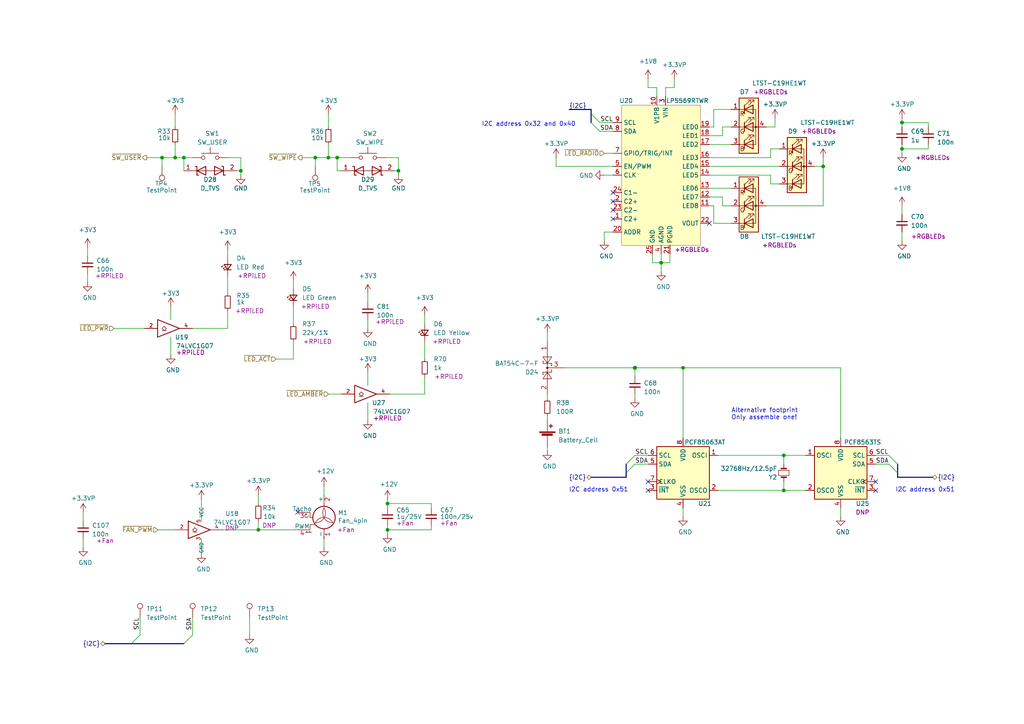
<source format=kicad_sch>
(kicad_sch (version 20211123) (generator eeschema)
  (paper "A4")
  (title_block (title "Control/RTC") (date "2022-11-06") (rev "1.3b") (company "Nabu Casa") (comment 1 "www.nabucasa.com") (comment 2 "Yellow"))
  (lib_symbols
    (symbol "74xGxx:74LVC1G07" (pin_names (offset 1.016))
      (property "Reference" "U" (at -2.54 3.81 0))
      (property "Value" "74LVC1G07" (at 0 -3.81 0))
      (symbol "74LVC1G07_0_1"
        (polyline (pts (xy -2.54 -0.635) (xy -1.27 -0.635)))
        (polyline (pts (xy -3.81 2.54) (xy -3.81 -2.54) (xy 2.54 0) (xy -3.81 2.54)) (stroke (width 0.254)))
        (polyline (pts (xy -1.905 0.635) (xy -2.54 0) (xy -1.905 -0.635) (xy -1.27 0) (xy -1.905 0.635)))
      )
      (symbol "74LVC1G07_1_1"
        (pin input line (at -7.62 0 0) (length 3.81) (name "~") (number "2"))
        (pin power_in line (at 0 -2.54 270) (length 0) hide (name "GND") (number "3"))
        (pin open_collector line (at 6.35 0 180) (length 3.81) (name "~") (number "4"))
        (pin power_in line (at 0 2.54 90) (length 0) hide (name "VCC") (number "5"))
      )
    )
    (symbol "Connector:TestPoint" (pin_numbers hide) (pin_names (offset 0.762) hide)
      (property "Reference" "TP" (at 0 6.858 0))
      (property "Value" "TestPoint" (at 0 5.08 0))
      (symbol "TestPoint_0_1"
        (circle (center 0 3.302) (radius 0.762))
      )
      (symbol "TestPoint_1_1"
        (pin passive line (at 0 0 90) (length 2.54) (name "1") (number "1"))
      )
    )
    (symbol "Device:Battery_Cell" (pin_numbers hide) (pin_names (offset 0) hide)
      (property "Reference" "BT" (at 2.54 2.54 0))
      (property "Value" "Battery_Cell" (at 2.54 0 0))
      (symbol "Battery_Cell_0_1"
        (rectangle (start -2.286 1.778) (end 2.286 1.524) (fill (type outline)))
        (rectangle (start -1.5748 1.1938) (end 1.4732 0.6858) (fill (type outline)))
        (polyline (pts (xy 0 0.762) (xy 0 0)))
        (polyline (pts (xy 0 1.778) (xy 0 2.54)))
        (polyline (pts (xy 0.508 3.429) (xy 1.524 3.429)) (stroke (width 0.254)))
        (polyline (pts (xy 1.016 3.937) (xy 1.016 2.921)) (stroke (width 0.254)))
      )
      (symbol "Battery_Cell_1_1"
        (pin passive line (at 0 5.08 270) (length 2.54) (name "+") (number "1"))
        (pin passive line (at 0 -2.54 90) (length 2.54) (name "-") (number "2"))
      )
    )
    (symbol "Device:C_Small" (pin_numbers hide) (pin_names (offset 0.254) hide)
      (property "Reference" "C" (at 0.254 1.778 0))
      (property "Value" "C_Small" (at 0.254 -2.032 0))
      (symbol "C_Small_0_1"
        (polyline (pts (xy -1.524 -0.508) (xy 1.524 -0.508)) (stroke (width 0.3302)))
        (polyline (pts (xy -1.524 0.508) (xy 1.524 0.508)) (stroke (width 0.3048)))
      )
      (symbol "C_Small_1_1"
        (pin passive line (at 0 2.54 270) (length 2.032) (name "~") (number "1"))
        (pin passive line (at 0 -2.54 90) (length 2.032) (name "~") (number "2"))
      )
    )
    (symbol "Device:Crystal_Small" (pin_numbers hide) (pin_names (offset 1.016) hide)
      (property "Reference" "Y" (at 0 2.54 0))
      (property "Value" "Crystal_Small" (at 0 -2.54 0))
      (symbol "Crystal_Small_0_1"
        (rectangle (start -0.762 -1.524) (end 0.762 1.524))
        (polyline (pts (xy -1.27 -0.762) (xy -1.27 0.762)) (stroke (width 0.381)))
        (polyline (pts (xy 1.27 -0.762) (xy 1.27 0.762)) (stroke (width 0.381)))
      )
      (symbol "Crystal_Small_1_1"
        (pin passive line (at -2.54 0 0) (length 1.27) (name "1") (number "1"))
        (pin passive line (at 2.54 0 180) (length 1.27) (name "2") (number "2"))
      )
    )
    (symbol "Device:LED_RGBA" (pin_names (offset 0) hide)
      (property "Reference" "D" (at 0 9.398 0))
      (property "Value" "LED_RGBA" (at 0 -8.89 0))
      (symbol "LED_RGBA_0_0"
        (text "B" (at -1.905 -6.35 0) (effects (font (size 1.27 1.27))))
        (text "G" (at -1.905 -1.27 0) (effects (font (size 1.27 1.27))))
        (text "R" (at -1.905 3.81 0) (effects (font (size 1.27 1.27))))
      )
      (symbol "LED_RGBA_0_1"
        (polyline (pts (xy -1.27 -5.08) (xy -2.54 -5.08)))
        (polyline (pts (xy -1.27 -5.08) (xy 1.27 -5.08)))
        (polyline (pts (xy -1.27 -3.81) (xy -1.27 -6.35)) (stroke (width 0.254)))
        (polyline (pts (xy -1.27 0) (xy -2.54 0)))
        (polyline (pts (xy -1.27 1.27) (xy -1.27 -1.27)) (stroke (width 0.254)))
        (polyline (pts (xy -1.27 5.08) (xy -2.54 5.08)))
        (polyline (pts (xy -1.27 5.08) (xy 1.27 5.08)))
        (polyline (pts (xy -1.27 6.35) (xy -1.27 3.81)) (stroke (width 0.254)))
        (polyline (pts (xy 1.27 0) (xy -1.27 0)))
        (polyline (pts (xy 1.27 0) (xy 2.54 0)))
        (polyline (pts (xy -1.27 1.27) (xy -1.27 -1.27) (xy -1.27 -1.27)))
        (polyline (pts (xy -1.27 6.35) (xy -1.27 3.81) (xy -1.27 3.81)))
        (polyline (pts (xy 1.27 -5.08) (xy 2.032 -5.08) (xy 2.032 5.08) (xy 1.27 5.08)))
        (polyline (pts (xy 1.27 -3.81) (xy 1.27 -6.35) (xy -1.27 -5.08) (xy 1.27 -3.81)) (stroke (width 0.254)))
        (polyline (pts (xy 1.27 1.27) (xy 1.27 -1.27) (xy -1.27 0) (xy 1.27 1.27)) (stroke (width 0.254)))
        (polyline (pts (xy 1.27 6.35) (xy 1.27 3.81) (xy -1.27 5.08) (xy 1.27 6.35)) (stroke (width 0.254)))
        (polyline (pts (xy -1.016 -3.81) (xy 0.508 -2.286) (xy -0.254 -2.286) (xy 0.508 -2.286) (xy 0.508 -3.048)))
        (polyline (pts (xy -1.016 1.27) (xy 0.508 2.794) (xy -0.254 2.794) (xy 0.508 2.794) (xy 0.508 2.032)))
        (polyline (pts (xy -1.016 6.35) (xy 0.508 7.874) (xy -0.254 7.874) (xy 0.508 7.874) (xy 0.508 7.112)))
        (polyline (pts (xy 0 -3.81) (xy 1.524 -2.286) (xy 0.762 -2.286) (xy 1.524 -2.286) (xy 1.524 -3.048)))
        (polyline (pts (xy 0 1.27) (xy 1.524 2.794) (xy 0.762 2.794) (xy 1.524 2.794) (xy 1.524 2.032)))
        (polyline (pts (xy 0 6.35) (xy 1.524 7.874) (xy 0.762 7.874) (xy 1.524 7.874) (xy 1.524 7.112)))
        (rectangle (start 1.27 -1.27) (end 1.27 1.27))
        (rectangle (start 1.27 1.27) (end 1.27 1.27))
        (rectangle (start 1.27 3.81) (end 1.27 6.35))
        (rectangle (start 1.27 6.35) (end 1.27 6.35))
        (circle (center 2.032 0) (radius 0.254) (fill (type outline)))
        (rectangle (start 2.794 8.382) (end -2.794 -7.62) (stroke (width 0.254)) (fill (type background)))
      )
      (symbol "LED_RGBA_1_1"
        (pin passive line (at -5.08 5.08 0) (length 2.54) (name "RK") (number "1"))
        (pin passive line (at -5.08 0 0) (length 2.54) (name "GK") (number "2"))
        (pin passive line (at -5.08 -5.08 0) (length 2.54) (name "BK") (number "3"))
        (pin passive line (at 5.08 0 180) (length 2.54) (name "A") (number "4"))
      )
    )
    (symbol "Device:LED_Small" (pin_numbers hide) (pin_names (offset 0.254) hide)
      (property "Reference" "D" (at -1.27 3.175 0))
      (property "Value" "LED_Small" (at -4.445 -2.54 0))
      (symbol "LED_Small_0_1"
        (polyline (pts (xy -0.762 -1.016) (xy -0.762 1.016)) (stroke (width 0.254)))
        (polyline (pts (xy 1.016 0) (xy -0.762 0)))
        (polyline (pts (xy 0.762 -1.016) (xy -0.762 0) (xy 0.762 1.016) (xy 0.762 -1.016)) (stroke (width 0.254)))
        (polyline (pts (xy 0 0.762) (xy -0.508 1.27) (xy -0.254 1.27) (xy -0.508 1.27) (xy -0.508 1.016)))
        (polyline (pts (xy 0.508 1.27) (xy 0 1.778) (xy 0.254 1.778) (xy 0 1.778) (xy 0 1.524)))
      )
      (symbol "LED_Small_1_1"
        (pin passive line (at -2.54 0 0) (length 1.778) (name "K") (number "1"))
        (pin passive line (at 2.54 0 180) (length 1.778) (name "A") (number "2"))
      )
    )
    (symbol "Device:R_Small" (pin_numbers hide) (pin_names (offset 0.254) hide)
      (property "Reference" "R" (at 0.762 0.508 0))
      (property "Value" "R_Small" (at 0.762 -1.016 0))
      (symbol "R_Small_0_1"
        (rectangle (start -0.762 1.778) (end 0.762 -1.778) (stroke (width 0.2032)))
      )
      (symbol "R_Small_1_1"
        (pin passive line (at 0 2.54 270) (length 0.762) (name "~") (number "1"))
        (pin passive line (at 0 -2.54 90) (length 0.762) (name "~") (number "2"))
      )
    )
    (symbol "Diode:BAT54C" (pin_names (offset 1.016))
      (property "Reference" "D" (at 0.635 -3.81 0))
      (property "Value" "BAT54C" (at -6.35 3.175 0))
      (symbol "BAT54C_0_1"
        (polyline (pts (xy -1.905 0) (xy 1.905 0)))
        (polyline (pts (xy -1.905 1.27) (xy -1.905 1.016)))
        (polyline (pts (xy -1.27 -1.27) (xy -0.635 -1.27)))
        (polyline (pts (xy -1.27 0) (xy -3.81 0)))
        (polyline (pts (xy -1.27 1.27) (xy -1.905 1.27)))
        (polyline (pts (xy -1.27 1.27) (xy -1.27 -1.27)))
        (polyline (pts (xy -0.635 -1.27) (xy -0.635 -1.016)))
        (polyline (pts (xy 0.635 -1.27) (xy 0.635 -1.016)))
        (polyline (pts (xy 1.27 -1.27) (xy 0.635 -1.27)))
        (polyline (pts (xy 1.27 1.27) (xy 1.27 -1.27)))
        (polyline (pts (xy 1.27 1.27) (xy 1.905 1.27)))
        (polyline (pts (xy 1.905 1.27) (xy 1.905 1.016)))
        (polyline (pts (xy 3.81 0) (xy 1.27 0)))
        (polyline (pts (xy -3.175 -1.27) (xy -3.175 1.27) (xy -1.27 0) (xy -3.175 -1.27)))
        (polyline (pts (xy 3.175 -1.27) (xy 3.175 1.27) (xy 1.27 0) (xy 3.175 -1.27)))
        (circle (center 0 0) (radius 0.254) (fill (type outline)))
      )
      (symbol "BAT54C_1_1"
        (pin passive line (at -7.62 0 0) (length 3.81) (name "~") (number "1"))
        (pin passive line (at 7.62 0 180) (length 3.81) (name "~") (number "2"))
        (pin passive line (at 0 -5.08 90) (length 5.08) (name "~") (number "3"))
      )
    )
    (symbol "Motor:Fan_4pin" (pin_names (offset 0))
      (property "Reference" "M" (at 2.54 5.08 0))
      (property "Value" "Fan_4pin" (at 2.54 -2.54 0))
      (symbol "Fan_4pin_0_0"
        (arc (start -5.588 1.524) (mid -5.08 1.016) (end -4.572 1.524))
        (arc (start -5.08 2.032) (mid -5.4392 1.8832) (end -5.588 1.524))
        (polyline (pts (xy -5.08 2.032) (xy -5.334 2.159)))
        (polyline (pts (xy -5.08 2.032) (xy -5.207 1.778)))
        (polyline (pts (xy -4.064 2.54) (xy -4.064 1.016) (xy -3.302 1.016)))
      )
      (symbol "Fan_4pin_0_1"
        (arc (start -2.54 -0.508) (mid -0.0014 0.9048) (end 0 3.81))
        (polyline (pts (xy -4.064 2.54) (xy -5.08 2.54)))
        (polyline (pts (xy 0 -5.08) (xy 0 -4.572)))
        (polyline (pts (xy 0 -2.2352) (xy 0 -2.6416)))
        (polyline (pts (xy 0 4.2672) (xy 0 4.6228)))
        (polyline (pts (xy 0 4.572) (xy 0 5.08)))
        (polyline (pts (xy -2.54 -1.016) (xy -4.064 -1.016) (xy -4.064 -2.54) (xy -5.08 -2.54)))
        (polyline (pts (xy -5.334 -3.302) (xy -5.08 -3.302) (xy -5.08 -3.048) (xy -4.826 -3.048) (xy -4.826 -3.302) (xy -4.318 -3.302) (xy -4.318 -3.048) (xy -4.064 -3.048) (xy -4.064 -3.302) (xy -3.556 -3.302)))
        (circle (center 0 1.016) (radius 3.2512) (stroke (width 0.254)))
        (arc (start 0 3.81) (mid 0.0468 0.9315) (end 2.54 -0.508))
        (arc (start 2.54 -0.508) (mid 0 1.0618) (end -2.54 -0.508))
      )
      (symbol "Fan_4pin_1_1"
        (pin passive line (at 0 -5.08 90) (length 2.54) (name "-") (number "1"))
        (pin passive line (at 0 7.62 270) (length 2.54) (name "+") (number "2"))
        (pin passive line (at -7.62 2.54 0) (length 2.54) (name "Tacho") (number "3"))
        (pin input line (at -7.62 -2.54 0) (length 2.54) (name "PWM") (number "4"))
      )
    )
    (symbol "Switch:SW_Push" (pin_numbers hide) (pin_names (offset 1.016) hide)
      (property "Reference" "SW" (at 1.27 2.54 0))
      (property "Value" "SW_Push" (at 0 -1.524 0))
      (symbol "SW_Push_0_1"
        (circle (center -2.032 0) (radius 0.508))
        (polyline (pts (xy 0 1.27) (xy 0 3.048)))
        (polyline (pts (xy 2.54 1.27) (xy -2.54 1.27)))
        (circle (center 2.032 0) (radius 0.508))
        (pin passive line (at -5.08 0 0) (length 2.54) (name "1") (number "1"))
        (pin passive line (at 5.08 0 180) (length 2.54) (name "2") (number "2"))
      )
    )
    (symbol "Timer_RTC:PCF8563T"
      (property "Reference" "U" (at -7.62 8.89 0))
      (property "Value" "PCF8563T" (at 2.54 8.89 0))
      (symbol "PCF8563T_0_1"
        (rectangle (start -7.62 7.62) (end 7.62 -7.62) (stroke (width 0.254)) (fill (type background)))
      )
      (symbol "PCF8563T_1_1"
        (pin input line (at -10.16 5.08 0) (length 2.54) (name "OSCI") (number "1"))
        (pin output line (at -10.16 -5.08 0) (length 2.54) (name "OSCO") (number "2"))
        (pin output line (at 10.16 -5.08 180) (length 2.54) (name "~{INT}") (number "3"))
        (pin power_in line (at 0 -10.16 90) (length 2.54) (name "VSS") (number "4"))
        (pin bidirectional line (at 10.16 2.54 180) (length 2.54) (name "SDA") (number "5"))
        (pin input line (at 10.16 5.08 180) (length 2.54) (name "SCL") (number "6"))
        (pin output clock (at 10.16 -2.54 180) (length 2.54) (name "CLKO") (number "7"))
        (pin power_in line (at 0 10.16 270) (length 2.54) (name "VDD") (number "8"))
      )
    )
    (symbol "Timer_RTC:PCF8563TS"
      (property "Reference" "U" (at -7.62 8.89 0))
      (property "Value" "PCF8563TS" (at 2.54 8.89 0))
      (symbol "PCF8563TS_0_1"
        (rectangle (start -7.62 7.62) (end 7.62 -7.62) (stroke (width 0.254)) (fill (type background)))
      )
      (symbol "PCF8563TS_1_1"
        (pin input line (at -10.16 5.08 0) (length 2.54) (name "OSCI") (number "1"))
        (pin output line (at -10.16 -5.08 0) (length 2.54) (name "OSCO") (number "2"))
        (pin output line (at 10.16 -5.08 180) (length 2.54) (name "~{INT}") (number "3"))
        (pin power_in line (at 0 -10.16 90) (length 2.54) (name "VSS") (number "4"))
        (pin bidirectional line (at 10.16 2.54 180) (length 2.54) (name "SDA") (number "5"))
        (pin input line (at 10.16 5.08 180) (length 2.54) (name "SCL") (number "6"))
        (pin output clock (at 10.16 -2.54 180) (length 2.54) (name "CLKO") (number "7"))
        (pin power_in line (at 0 10.16 270) (length 2.54) (name "VDD") (number "8"))
      )
    )
    (symbol "Yellow:74LVC1G07" (pin_names (offset 1.016))
      (property "Reference" "U" (at -2.54 3.81 0))
      (property "Value" "74LVC1G07" (at 0 -3.81 0))
      (symbol "74LVC1G07_0_1"
        (polyline (pts (xy -2.54 -0.635) (xy -1.27 -0.635)))
        (polyline (pts (xy -3.81 2.54) (xy -3.81 -2.54) (xy 2.54 0) (xy -3.81 2.54)) (stroke (width 0.254)))
        (polyline (pts (xy -1.905 0.635) (xy -2.54 0) (xy -1.905 -0.635) (xy -1.27 0) (xy -1.905 0.635)))
      )
      (symbol "74LVC1G07_1_1"
        (pin input line (at -7.62 0 0) (length 3.81) (name "~") (number "2"))
        (pin power_in line (at 0 -2.54 270) (length 0) (name "GND") (number "3"))
        (pin open_collector line (at 6.35 0 180) (length 3.81) (name "~") (number "4"))
        (pin power_in line (at 0 2.54 90) (length 0) (name "VCC") (number "5"))
      )
    )
    (symbol "Yellow:D_TVS_Reverse" (pin_names (offset 1.016) hide)
      (property "Reference" "D" (at 0 2.54 0))
      (property "Value" "D_TVS_Reverse" (at 0 -2.54 0))
      (symbol "D_TVS_Reverse_0_1"
        (polyline (pts (xy 5.08 0) (xy -5.08 0)))
        (polyline (pts (xy -4.3688 1.27) (xy -3.8608 1.27) (xy -3.8608 -1.27) (xy -3.3528 -1.27)) (stroke (width 0.254)))
        (polyline (pts (xy -3.81 0) (xy -1.27 1.27) (xy -1.27 -1.27) (xy -3.81 0)) (stroke (width 0.254)))
        (polyline (pts (xy 3.81 0) (xy 1.27 -1.27) (xy 1.27 1.27) (xy 3.81 0)) (stroke (width 0.254)))
        (polyline (pts (xy 4.3688 -1.27) (xy 3.8608 -1.27) (xy 3.8608 1.27) (xy 3.3528 1.27)) (stroke (width 0.254)))
      )
      (symbol "D_TVS_Reverse_1_1"
        (pin passive line (at -7.62 0 0) (length 2.54) (name "A1") (number "1"))
        (pin passive line (at 7.62 0 180) (length 2.54) (name "A2") (number "2"))
      )
    )
    (symbol "Yellow:LP5569"
      (property "Reference" "U" (at -10.16 21.59 0))
      (property "Value" "LP5569" (at 7.62 21.59 0))
      (symbol "LP5569_0_1"
        (rectangle (start -11.43 20.32) (end 11.43 -20.32) (stroke (width 0.0006)) (fill (type background)))
      )
      (symbol "LP5569_1_1"
        (pin input line (at -13.97 -12.7 0) (length 2.54) (name "C2+") (number "1"))
        (pin input line (at -1.27 22.86 270) (length 2.54) (name "V1P8") (number "10"))
        (pin output line (at 13.97 -8.89 180) (length 2.54) (name "LED8") (number "11"))
        (pin output line (at 13.97 -6.35 180) (length 2.54) (name "LED7") (number "12"))
        (pin output line (at 13.97 -3.81 180) (length 2.54) (name "LED6") (number "13"))
        (pin output line (at 13.97 0 180) (length 2.54) (name "LED5") (number "14"))
        (pin output line (at 13.97 2.54 180) (length 2.54) (name "LED4") (number "15"))
        (pin output line (at 13.97 5.08 180) (length 2.54) (name "LED3") (number "16"))
        (pin output line (at 13.97 8.89 180) (length 2.54) (name "LED2") (number "17"))
        (pin output line (at 13.97 11.43 180) (length 2.54) (name "LED1") (number "18"))
        (pin output line (at 13.97 13.97 180) (length 2.54) (name "LED0") (number "19"))
        (pin input line (at -13.97 -7.62 0) (length 2.54) (name "C2+") (number "2"))
        (pin input line (at -13.97 -16.51 0) (length 2.54) (name "ADDR") (number "20"))
        (pin input line (at 2.54 -22.86 90) (length 2.54) (name "PGND") (number "21"))
        (pin output line (at 13.97 -13.97 180) (length 2.54) (name "VOUT") (number "22"))
        (pin input line (at -13.97 -10.16 0) (length 2.54) (name "C2-") (number "23"))
        (pin input line (at -13.97 -5.08 0) (length 2.54) (name "C1-") (number "24"))
        (pin input line (at -2.54 -22.86 90) (length 2.54) (name "GND") (number "25"))
        (pin input line (at 1.27 22.86 270) (length 2.54) (name "VIN") (number "3"))
        (pin input line (at 0 -22.86 90) (length 2.54) (name "AGND") (number "4"))
        (pin input line (at -13.97 2.54 0) (length 2.54) (name "EN/PWM") (number "5"))
        (pin input line (at -13.97 0 0) (length 2.54) (name "CLK") (number "6"))
        (pin input line (at -13.97 6.35 0) (length 2.54) (name "GPIO/TRIG/INT") (number "7"))
        (pin bidirectional line (at -13.97 12.7 0) (length 2.54) (name "SDA") (number "8"))
        (pin input line (at -13.97 15.24 0) (length 2.54) (name "SCL") (number "9"))
      )
    )
    (symbol "power:+12V" (power) (pin_names (offset 0))
      (property "Value" "+12V" (at 0 3.556 0))
      (symbol "+12V_0_1"
        (polyline (pts (xy -0.762 1.27) (xy 0 2.54)))
        (polyline (pts (xy 0 0) (xy 0 2.54)))
        (polyline (pts (xy 0 2.54) (xy 0.762 1.27)))
      )
      (symbol "+12V_1_1"
        (pin power_in line (at 0 0 90) (length 0) hide (name "+12V") (number "1"))
      )
    )
    (symbol "power:+1V8" (power) (pin_names (offset 0))
      (property "Value" "+1V8" (at 0 3.556 0))
      (symbol "+1V8_0_1"
        (polyline (pts (xy -0.762 1.27) (xy 0 2.54)))
        (polyline (pts (xy 0 0) (xy 0 2.54)))
        (polyline (pts (xy 0 2.54) (xy 0.762 1.27)))
      )
      (symbol "+1V8_1_1"
        (pin power_in line (at 0 0 90) (length 0) hide (name "+1V8") (number "1"))
      )
    )
    (symbol "power:+3.3VP" (power) (pin_names (offset 0))
      (property "Value" "+3.3VP" (at 0 2.54 0))
      (symbol "+3.3VP_0_0"
        (pin power_in line (at 0 0 90) (length 0) hide (name "+3.3VP") (number "1"))
      )
      (symbol "+3.3VP_0_1"
        (polyline (pts (xy -0.762 1.27) (xy 0 2.54)))
        (polyline (pts (xy 0 0) (xy 0 2.54)))
        (polyline (pts (xy 0 2.54) (xy 0.762 1.27)))
      )
    )
    (symbol "power:+3V3" (power) (pin_names (offset 0))
      (property "Value" "+3V3" (at 0 3.556 0))
      (symbol "+3V3_0_1"
        (polyline (pts (xy -0.762 1.27) (xy 0 2.54)))
        (polyline (pts (xy 0 0) (xy 0 2.54)))
        (polyline (pts (xy 0 2.54) (xy 0.762 1.27)))
      )
      (symbol "+3V3_1_1"
        (pin power_in line (at 0 0 90) (length 0) hide (name "+3V3") (number "1"))
      )
    )
    (symbol "power:GND" (power) (pin_names (offset 0))
      (property "Value" "GND" (at 0 -3.81 0))
      (symbol "GND_0_1"
        (polyline (pts (xy 0 0) (xy 0 -1.27) (xy 1.27 -1.27) (xy 0 -2.54) (xy -1.27 -1.27) (xy 0 -1.27)))
      )
      (symbol "GND_1_1"
        (pin power_in line (at 0 0 270) (length 0) hide (name "GND") (number "1"))
      )
    )
  )
  (junction (at 112.395 146.05) (diameter 0.9144))
  (junction (at 261.62 35.56) (diameter 0.9144))
  (junction (at 184.15 106.68) (diameter 1.016))
  (junction (at 53.34 45.72) (diameter 0.9144))
  (junction (at 74.93 153.67) (diameter 0.9144))
  (junction (at 261.62 43.18) (diameter 0.9144))
  (junction (at 191.77 76.2) (diameter 0.9144))
  (junction (at 95.25 45.72) (diameter 0.9144))
  (junction (at 238.76 48.26) (diameter 0.9144))
  (junction (at 115.57 49.53) (diameter 0.9144))
  (junction (at 227.33 132.08) (diameter 0.9144))
  (junction (at 91.44 45.72) (diameter 0.9144))
  (junction (at 69.85 49.53) (diameter 0.9144))
  (junction (at 97.79 45.72) (diameter 0.9144))
  (junction (at 46.99 45.72) (diameter 0.9144))
  (junction (at 50.8 45.72) (diameter 0.9144))
  (junction (at 227.33 142.24) (diameter 0.9144))
  (junction (at 198.12 106.68) (diameter 0.9144))
  (junction (at 112.395 153.67) (diameter 0.9144))
  (no_connect (at 177.8 58.42))
  (no_connect (at 86.36 148.59))
  (no_connect (at 187.96 139.7))
  (no_connect (at 254 142.24))
  (no_connect (at 205.74 64.77))
  (no_connect (at 177.8 63.5))
  (no_connect (at 254 139.7))
  (no_connect (at 177.8 60.96))
  (no_connect (at 187.96 142.24))
  (no_connect (at 177.8 55.88))
  (bus_entry (at 53.34 186.69) (size 2.54 -2.54) (stroke (width 0.1524)))
  (bus_entry (at 38.1 186.69) (size 2.54 -2.54) (stroke (width 0.1524)))
  (bus_entry (at 260.35 137.16) (size -2.54 -2.54) (stroke (width 0.1524)))
  (bus_entry (at 181.61 137.16) (size 2.54 -2.54) (stroke (width 0.1524)))
  (bus_entry (at 171.45 35.56) (size 2.54 2.54) (stroke (width 0.1524)))
  (bus_entry (at 171.45 33.02) (size 2.54 2.54) (stroke (width 0.1524)))
  (bus_entry (at 260.35 134.62) (size -2.54 -2.54) (stroke (width 0.1524)))
  (bus_entry (at 181.61 134.62) (size 2.54 -2.54) (stroke (width 0.1524)))
  (wire (pts (xy 97.79 45.72) (xy 101.6 45.72)))
  (wire (pts (xy 64.77 153.67) (xy 74.93 153.67)))
  (wire (pts (xy 191.77 76.2) (xy 194.31 76.2)))
  (wire (pts (xy 50.8 41.91) (xy 50.8 45.72)))
  (wire (pts (xy 205.74 54.61) (xy 212.09 54.61)))
  (wire (pts (xy 125.095 147.32) (xy 125.095 146.05)))
  (wire (pts (xy 191.77 76.2) (xy 191.77 78.74)))
  (bus (pts (xy 171.45 31.75) (xy 171.45 33.02)))
  (bus (pts (xy 171.45 33.02) (xy 171.45 35.56)))
  (wire (pts (xy 223.52 45.72) (xy 223.52 43.18)))
  (wire (pts (xy 95.25 36.83) (xy 95.25 33.02)))
  (wire (pts (xy 175.26 44.45) (xy 177.8 44.45)))
  (wire (pts (xy 187.96 25.4) (xy 190.5 25.4)))
  (wire (pts (xy 187.96 22.86) (xy 187.96 25.4)))
  (wire (pts (xy 93.98 156.21) (xy 93.98 158.75)))
  (bus (pts (xy 38.1 186.69) (xy 53.34 186.69)))
  (bus (pts (xy 30.48 186.69) (xy 38.1 186.69)))
  (wire (pts (xy 184.15 106.68) (xy 184.15 109.22)))
  (wire (pts (xy 236.22 48.26) (xy 238.76 48.26)))
  (wire (pts (xy 74.93 153.67) (xy 86.36 153.67)))
  (wire (pts (xy 205.74 45.72) (xy 223.52 45.72)))
  (wire (pts (xy 112.395 153.67) (xy 112.395 154.94)))
  (wire (pts (xy 125.095 152.4) (xy 125.095 153.67)))
  (wire (pts (xy 261.62 43.18) (xy 269.24 43.18)))
  (wire (pts (xy 177.8 38.1) (xy 173.99 38.1)))
  (wire (pts (xy 243.84 106.68) (xy 198.12 106.68)))
  (wire (pts (xy 243.84 127) (xy 243.84 106.68)))
  (wire (pts (xy 93.98 140.97) (xy 93.98 143.51)))
  (wire (pts (xy 106.68 116.84) (xy 106.68 121.92)))
  (wire (pts (xy 72.39 179.07) (xy 72.39 184.15)))
  (wire (pts (xy 113.03 114.3) (xy 123.19 114.3)))
  (wire (pts (xy 205.74 50.8) (xy 223.52 50.8)))
  (wire (pts (xy 187.96 134.62) (xy 184.15 134.62)))
  (wire (pts (xy 184.15 114.3) (xy 184.15 115.57)))
  (wire (pts (xy 163.83 106.68) (xy 184.15 106.68)))
  (wire (pts (xy 123.19 91.44) (xy 123.19 93.98)))
  (wire (pts (xy 224.79 34.29) (xy 224.79 36.83)))
  (wire (pts (xy 261.62 34.29) (xy 261.62 35.56)))
  (wire (pts (xy 161.29 48.26) (xy 177.8 48.26)))
  (wire (pts (xy 158.75 96.52) (xy 158.75 99.06)))
  (wire (pts (xy 112.395 152.4) (xy 112.395 153.67)))
  (wire (pts (xy 175.26 67.31) (xy 177.8 67.31)))
  (bus (pts (xy 260.35 138.43) (xy 270.51 138.43)))
  (wire (pts (xy 111.76 45.72) (xy 115.57 45.72)))
  (wire (pts (xy 46.99 45.72) (xy 46.99 48.26)))
  (wire (pts (xy 50.8 36.83) (xy 50.8 33.02)))
  (wire (pts (xy 261.62 67.31) (xy 261.62 69.85)))
  (wire (pts (xy 191.77 73.66) (xy 191.77 76.2)))
  (wire (pts (xy 158.75 129.54) (xy 158.75 130.81)))
  (wire (pts (xy 190.5 25.4) (xy 190.5 27.94)))
  (wire (pts (xy 97.79 49.53) (xy 99.06 49.53)))
  (wire (pts (xy 112.395 146.05) (xy 112.395 147.32)))
  (wire (pts (xy 42.545 45.72) (xy 46.99 45.72)))
  (wire (pts (xy 80.01 104.14) (xy 85.09 104.14)))
  (wire (pts (xy 161.29 45.72) (xy 161.29 48.26)))
  (wire (pts (xy 95.25 41.91) (xy 95.25 45.72)))
  (wire (pts (xy 184.15 106.68) (xy 198.12 106.68)))
  (wire (pts (xy 66.04 95.25) (xy 66.04 90.17)))
  (wire (pts (xy 25.4 79.375) (xy 25.4 81.915)))
  (wire (pts (xy 205.74 48.26) (xy 226.06 48.26)))
  (bus (pts (xy 165.1 31.75) (xy 171.45 31.75)))
  (wire (pts (xy 58.42 144.78) (xy 58.42 151.13)))
  (wire (pts (xy 106.68 92.71) (xy 106.68 95.25)))
  (wire (pts (xy 45.72 153.67) (xy 50.8 153.67)))
  (wire (pts (xy 158.75 120.65) (xy 158.75 121.92)))
  (wire (pts (xy 207.01 59.69) (xy 207.01 64.77)))
  (wire (pts (xy 209.55 36.83) (xy 212.09 36.83)))
  (wire (pts (xy 194.31 76.2) (xy 194.31 73.66)))
  (wire (pts (xy 175.26 50.8) (xy 177.8 50.8)))
  (wire (pts (xy 53.34 45.72) (xy 53.34 49.53)))
  (wire (pts (xy 50.8 45.72) (xy 53.34 45.72)))
  (wire (pts (xy 53.34 45.72) (xy 55.88 45.72)))
  (wire (pts (xy 269.24 41.91) (xy 269.24 43.18)))
  (wire (pts (xy 24.13 156.21) (xy 24.13 158.75)))
  (wire (pts (xy 123.19 99.06) (xy 123.19 104.14)))
  (wire (pts (xy 261.62 59.69) (xy 261.62 62.23)))
  (wire (pts (xy 74.93 146.05) (xy 74.93 143.51)))
  (wire (pts (xy 66.04 72.39) (xy 66.04 74.93)))
  (wire (pts (xy 223.52 50.8) (xy 223.52 53.34)))
  (bus (pts (xy 260.35 134.62) (xy 260.35 137.16)))
  (bus (pts (xy 260.35 137.16) (xy 260.35 138.43)))
  (wire (pts (xy 106.68 107.95) (xy 106.68 111.76)))
  (bus (pts (xy 181.61 138.43) (xy 171.45 138.43)))
  (bus (pts (xy 181.61 134.62) (xy 181.61 137.16)))
  (bus (pts (xy 181.61 137.16) (xy 181.61 138.43)))
  (wire (pts (xy 227.33 132.08) (xy 233.68 132.08)))
  (wire (pts (xy 208.28 132.08) (xy 227.33 132.08)))
  (wire (pts (xy 187.96 132.08) (xy 184.15 132.08)))
  (wire (pts (xy 189.23 76.2) (xy 191.77 76.2)))
  (wire (pts (xy 222.25 59.69) (xy 238.76 59.69)))
  (wire (pts (xy 269.24 36.83) (xy 269.24 35.56)))
  (wire (pts (xy 243.84 147.32) (xy 243.84 149.86)))
  (wire (pts (xy 207.01 31.75) (xy 212.09 31.75)))
  (wire (pts (xy 97.79 49.53) (xy 97.79 45.72)))
  (wire (pts (xy 114.3 49.53) (xy 115.57 49.53)))
  (wire (pts (xy 85.09 99.06) (xy 85.09 104.14)))
  (wire (pts (xy 175.26 69.85) (xy 175.26 67.31)))
  (wire (pts (xy 205.74 57.15) (xy 209.55 57.15)))
  (wire (pts (xy 58.42 156.21) (xy 58.42 160.655)))
  (wire (pts (xy 207.01 64.77) (xy 212.09 64.77)))
  (wire (pts (xy 207.01 36.83) (xy 207.01 31.75)))
  (wire (pts (xy 112.395 146.05) (xy 125.095 146.05)))
  (wire (pts (xy 55.88 179.07) (xy 55.88 184.15)))
  (wire (pts (xy 25.4 71.755) (xy 25.4 74.295)))
  (wire (pts (xy 74.93 151.13) (xy 74.93 153.67)))
  (wire (pts (xy 261.62 43.18) (xy 261.62 44.45)))
  (wire (pts (xy 46.99 45.72) (xy 50.8 45.72)))
  (wire (pts (xy 222.25 36.83) (xy 224.79 36.83)))
  (wire (pts (xy 106.68 85.09) (xy 106.68 87.63)))
  (wire (pts (xy 227.33 139.7) (xy 227.33 142.24)))
  (wire (pts (xy 227.33 142.24) (xy 233.68 142.24)))
  (wire (pts (xy 208.28 142.24) (xy 227.33 142.24)))
  (wire (pts (xy 269.24 35.56) (xy 261.62 35.56)))
  (wire (pts (xy 205.74 41.91) (xy 212.09 41.91)))
  (wire (pts (xy 112.395 144.78) (xy 112.395 146.05)))
  (wire (pts (xy 205.74 39.37) (xy 209.55 39.37)))
  (wire (pts (xy 205.74 59.69) (xy 207.01 59.69)))
  (wire (pts (xy 261.62 41.91) (xy 261.62 43.18)))
  (wire (pts (xy 209.55 59.69) (xy 212.09 59.69)))
  (wire (pts (xy 33.02 95.25) (xy 41.91 95.25)))
  (wire (pts (xy 238.76 48.26) (xy 238.76 45.72)))
  (wire (pts (xy 254 134.62) (xy 257.81 134.62)))
  (wire (pts (xy 195.58 22.86) (xy 195.58 25.4)))
  (wire (pts (xy 254 132.08) (xy 257.81 132.08)))
  (wire (pts (xy 66.04 80.01) (xy 66.04 85.09)))
  (wire (pts (xy 91.44 45.72) (xy 91.44 48.26)))
  (wire (pts (xy 205.74 36.83) (xy 207.01 36.83)))
  (wire (pts (xy 227.33 134.62) (xy 227.33 132.08)))
  (wire (pts (xy 91.44 45.72) (xy 95.25 45.72)))
  (wire (pts (xy 95.25 45.72) (xy 97.79 45.72)))
  (wire (pts (xy 87.63 45.72) (xy 91.44 45.72)))
  (wire (pts (xy 198.12 147.32) (xy 198.12 149.86)))
  (wire (pts (xy 158.75 114.3) (xy 158.75 115.57)))
  (wire (pts (xy 261.62 35.56) (xy 261.62 36.83)))
  (wire (pts (xy 85.09 81.28) (xy 85.09 83.82)))
  (wire (pts (xy 40.64 179.07) (xy 40.64 184.15)))
  (wire (pts (xy 223.52 53.34) (xy 226.06 53.34)))
  (wire (pts (xy 209.55 39.37) (xy 209.55 36.83)))
  (wire (pts (xy 69.85 45.72) (xy 69.85 49.53)))
  (wire (pts (xy 66.04 45.72) (xy 69.85 45.72)))
  (wire (pts (xy 69.85 49.53) (xy 69.85 50.8)))
  (wire (pts (xy 112.395 153.67) (xy 125.095 153.67)))
  (wire (pts (xy 223.52 43.18) (xy 226.06 43.18)))
  (wire (pts (xy 209.55 57.15) (xy 209.55 59.69)))
  (wire (pts (xy 123.19 109.22) (xy 123.19 114.3)))
  (wire (pts (xy 189.23 73.66) (xy 189.23 76.2)))
  (wire (pts (xy 49.53 97.79) (xy 49.53 102.87)))
  (wire (pts (xy 115.57 45.72) (xy 115.57 49.53)))
  (wire (pts (xy 115.57 49.53) (xy 115.57 50.8)))
  (wire (pts (xy 85.09 88.9) (xy 85.09 93.98)))
  (wire (pts (xy 55.88 95.25) (xy 66.04 95.25)))
  (wire (pts (xy 238.76 59.69) (xy 238.76 48.26)))
  (wire (pts (xy 24.13 148.59) (xy 24.13 151.13)))
  (wire (pts (xy 195.58 25.4) (xy 193.04 25.4)))
  (wire (pts (xy 49.53 88.9) (xy 49.53 92.71)))
  (wire (pts (xy 198.12 106.68) (xy 198.12 127)))
  (wire (pts (xy 193.04 25.4) (xy 193.04 27.94)))
  (wire (pts (xy 177.8 35.56) (xy 173.99 35.56)))
  (wire (pts (xy 95.25 114.3) (xy 99.06 114.3)))
  (wire (pts (xy 68.58 49.53) (xy 69.85 49.53)))
  (text "I2C address 0x32 and 0x40" (at 139.7 36.83 0) (effects (font (size 1.27 1.27)) (justify left bottom)))
  (text "I2C address 0x51" (at 182.245 142.875 180) (effects (font (size 1.27 1.27)) (justify right bottom)))
  (text "Alternative footprint\nOnly assemble one!" (at 212.09 121.92 0) (effects (font (size 1.27 1.27)) (justify left bottom)))
  (text "I2C address 0x51" (at 259.715 142.875 0) (effects (font (size 1.27 1.27)) (justify left bottom)))
  (label "SCL" (at 254 132.08 0))
  (label "SCL" (at 187.96 132.08 180))
  (label "SDA" (at 254 134.62 0))
  (label "SCL" (at 40.64 179.07 270))
  (label "SDA" (at 55.88 179.07 270))
  (label "SCL" (at 177.8 35.56 180))
  (label "SDA" (at 177.8 38.1 180))
  (label "{I2C}" (at 165.1 31.75 0))
  (label "SDA" (at 187.96 134.62 180))
  (hierarchical_label "{I2C}" (shape bidirectional) (at 30.48 186.69 180))
  (hierarchical_label "~{LED_RADIO}" (shape input) (at 175.26 44.45 180))
  (hierarchical_label "~{SW_USER}" (shape output) (at 42.545 45.72 180))
  (hierarchical_label "~{SW_WIPE}" (shape output) (at 87.63 45.72 180))
  (hierarchical_label "~{LED_ACT}" (shape input) (at 80.01 104.14 180))
  (hierarchical_label "~{LED_AMBER}" (shape input) (at 95.25 114.3 180))
  (hierarchical_label "~{FAN_PWM}" (shape input) (at 45.72 153.67 180))
  (hierarchical_label "~{LED_PWR}" (shape input) (at 33.02 95.25 180))
  (hierarchical_label "{I2C}" (shape bidirectional) (at 171.45 138.43 180))
  (hierarchical_label "{I2C}" (shape bidirectional) (at 270.51 138.43 0))
  (symbol (lib_id "power:+3V3") (at 66.04 72.39 0) (unit 1)
    (property "Reference" "#PWR0121" (effects hide))
    (property "Value" "+3V3" (at 66.04 67.31 0))
  )
  (symbol (lib_id "power:GND") (at 24.13 158.75 0) (unit 1)
    (property "Reference" "#PWR0196" (effects hide))
    (property "Value" "GND" (at 24.765 163.195 0))
  )
  (symbol (lib_id "Connector:TestPoint") (at 72.39 179.07 0) (unit 1) (in_bom no)
    (property "Reference" "TP13" (at 74.676 176.5934 0) (effects (justify left)))
    (property "Value" "TestPoint" (at 74.676 179.1334 0) (effects (justify left)))
    (property "Footprint" "TestPoint:TestPoint_Pad_D1.0mm" (effects hide))
  )
  (symbol (lib_id "Switch:SW_Push") (at 60.96 45.72 0) (unit 1)
    (property "Reference" "SW1" (at 61.595 38.735 0))
    (property "Value" "SW_USER" (at 61.595 41.275 0))
    (property "Footprint" "Button_Switch_THT:SW_Tactile_SPST_Angled_PTS645Vx83-2LFS" (effects hide))
    (property "Manufacturer" "C&K" (effects hide))
    (property "PartNumber" "PTS645VM83-2 LFS" (effects hide))
  )
  (symbol (lib_id "power:+3.3VP") (at 161.29 45.72 0) (unit 1)
    (property "Reference" "#PWR0131" (effects hide))
    (property "Value" "+3.3VP" (at 157.734 41.656 0) (effects (justify left)))
  )
  (symbol (lib_id "Device:C_Small") (at 261.62 39.37 0) (unit 1)
    (property "Reference" "C69" (at 264.16 38.1 0) (effects (justify left)))
    (property "Value" "1u" (at 264.16 40.64 0) (effects (justify left)))
    (property "Footprint" "Capacitor_SMD:C_0402_1005Metric" (effects hide))
    (property "Config" "+RGBLEDs" (at 270.51 45.72 0))
  )
  (symbol (lib_id "power:GND") (at 69.85 50.8 0) (unit 1)
    (property "Reference" "#PWR0119" (effects hide))
    (property "Value" "GND" (at 69.85 54.61 0))
  )
  (symbol (lib_id "power:+1V8") (at 261.62 59.69 0) (unit 1)
    (property "Reference" "#PWR0145" (effects hide))
    (property "Value" "+1V8" (at 261.62 54.61 0))
  )
  (symbol (lib_id "power:+3.3VP") (at 261.62 34.29 0) (unit 1)
    (property "Reference" "#PWR0170" (effects hide))
    (property "Value" "+3.3VP" (at 258.064 30.226 0) (effects (justify left)))
  )
  (symbol (lib_id "Yellow:D_TVS_Reverse") (at 106.68 49.53 0) (unit 1)
    (property "Reference" "D29" (at 106.68 52.07 0))
    (property "Value" "D_TVS" (at 106.68 54.61 0))
    (property "Footprint" "Diode_SMD:D_0402_1005Metric" (effects hide))
    (property "Manufacturer" "Texas Instruments" (effects hide))
    (property "PartNumber" "TPD1E10B09QDPYRQ1" (effects hide))
  )
  (symbol (lib_id "power:GND") (at 115.57 50.8 0) (unit 1)
    (property "Reference" "#PWR0125" (effects hide))
    (property "Value" "GND" (at 115.57 54.61 0))
  )
  (symbol (lib_id "74xGxx:74LVC1G07") (at 49.53 95.25 0) (unit 1)
    (property "Reference" "U19" (at 52.705 97.79 0))
    (property "Value" "74LVC1G07" (at 56.515 100.33 0))
    (property "Footprint" "Package_TO_SOT_SMD:SOT-23-5" (effects hide))
    (property "Datasheet" "https://www.ti.com/lit/sg/scyt129g/scyt129g.pdf" (effects hide))
    (property "Manufacturer" "Texas Instruments" (effects hide))
    (property "PartNumber" "SN74LVC1G07DBV" (effects hide))
    (property "Config" "+RPiLED" (at 55.245 102.235 0))
  )
  (symbol (lib_id "power:+3.3VP") (at 158.75 96.52 0) (unit 1)
    (property "Reference" "#PWR0191" (effects hide))
    (property "Value" "+3.3VP" (at 155.194 92.456 0) (effects (justify left)))
  )
  (symbol (lib_id "Timer_RTC:PCF8563T") (at 198.12 137.16 0) (mirror y) (unit 1)
    (property "Reference" "U21" (at 204.47 146.05 0))
    (property "Value" "PCF85063AT" (at 204.47 128.27 0))
    (property "Footprint" "Package_SO:SOIC-8_3.9x4.9mm_P1.27mm" (effects hide))
    (property "Datasheet" "https://www.nxp.com/docs/en/data-sheet/PCF85063A.pdf" (effects hide))
    (property "Manufacturer" "NXP USA" (effects hide))
    (property "PartNumber" "PCF85063AT/AY" (effects hide))
  )
  (symbol (lib_id "power:+3V3") (at 106.68 85.09 0) (unit 1)
    (property "Reference" "#PWR0167" (effects hide))
    (property "Value" "+3V3" (at 106.68 80.01 0))
  )
  (symbol (lib_id "Device:LED_Small") (at 123.19 96.52 90) (unit 1)
    (property "Reference" "D6" (at 125.73 93.98 90) (effects (justify right)))
    (property "Value" "LED Yellow" (at 125.73 96.52 90) (effects (justify right)))
    (property "Footprint" "LED_SMD:LED_0603_1608Metric" (effects hide))
    (property "Datasheet" "https://datasheet.lcsc.com/lcsc/1810101813_Everlight-Elec-19-213-Y2C-CQ2R2L-3T-CY_C72038.pdf" (effects hide))
    (property "Manufacturer" "Everlight Elec" (effects hide))
    (property "PartNumber" "19-213/Y2C-CQ2R2L/3T(CY)" (effects hide))
    (property "Config" "+RPiLED" (at 129.54 99.06 90))
  )
  (symbol (lib_id "Diode:BAT54C") (at 158.75 106.68 90) (mirror x) (unit 1)
    (property "Reference" "D24" (at 156.21 107.95 90) (effects (justify left)))
    (property "Value" "BAT54C-7-F" (at 156.21 105.41 90) (effects (justify left)))
    (property "Footprint" "Package_TO_SOT_SMD:SOT-23" (effects hide))
    (property "Datasheet" "http://www.diodes.com/_files/datasheets/ds11005.pdf" (effects hide))
    (property "Manufacturer" "Diodes Incorporated" (effects hide))
    (property "PartNumber" "BAT54C-7-F" (effects hide))
  )
  (symbol (lib_id "Connector:TestPoint") (at 55.88 179.07 0) (unit 1) (in_bom no)
    (property "Reference" "TP12" (at 58.166 176.5934 0) (effects (justify left)))
    (property "Value" "TestPoint" (at 58.166 179.1334 0) (effects (justify left)))
    (property "Footprint" "TestPoint:TestPoint_Pad_D1.0mm" (effects hide))
  )
  (symbol (lib_id "Device:C_Small") (at 261.62 64.77 0) (unit 1)
    (property "Reference" "C70" (at 264.16 62.865 0) (effects (justify left)))
    (property "Value" "100n" (at 264.16 65.405 0) (effects (justify left)))
    (property "Footprint" "Capacitor_SMD:C_0402_1005Metric" (effects hide))
    (property "Config" "+RGBLEDs" (at 269.24 68.58 0))
  )
  (symbol (lib_id "Device:R_Small") (at 95.25 39.37 180) (unit 1)
    (property "Reference" "R36" (at 93.98 38.1 0) (effects (justify left)))
    (property "Value" "10k" (at 93.98 40.005 0) (effects (justify left)))
    (property "Footprint" "Resistor_SMD:R_0402_1005Metric" (effects hide))
  )
  (symbol (lib_id "power:GND") (at 25.4 81.915 0) (unit 1)
    (property "Reference" "#PWR0130" (effects hide))
    (property "Value" "GND" (at 26.035 86.36 0))
  )
  (symbol (lib_id "Device:C_Small") (at 184.15 111.76 0) (unit 1)
    (property "Reference" "C68" (at 186.69 111.125 0) (effects (justify left)))
    (property "Value" "100n" (at 186.69 113.665 0) (effects (justify left)))
    (property "Footprint" "Capacitor_SMD:C_0402_1005Metric" (effects hide))
  )
  (symbol (lib_id "power:+1V8") (at 187.96 22.86 0) (unit 1)
    (property "Reference" "#PWR0134" (effects hide))
    (property "Value" "+1V8" (at 187.96 17.78 0))
  )
  (symbol (lib_id "power:GND") (at 106.68 121.92 0) (unit 1)
    (property "Reference" "#PWR0215" (effects hide))
    (property "Value" "GND" (at 107.315 126.365 0))
  )
  (symbol (lib_id "Device:R_Small") (at 158.75 118.11 0) (unit 1)
    (property "Reference" "R38" (at 161.29 116.84 0) (effects (justify left)))
    (property "Value" "100R" (at 161.29 119.38 0) (effects (justify left)))
    (property "Footprint" "Resistor_SMD:R_0402_1005Metric" (effects hide))
  )
  (symbol (lib_id "power:+3.3VP") (at 24.13 148.59 0) (unit 1)
    (property "Reference" "#PWR0194" (effects hide))
    (property "Value" "+3.3VP" (at 20.574 144.526 0) (effects (justify left)))
  )
  (symbol (lib_id "Device:C_Small") (at 25.4 76.835 0) (unit 1)
    (property "Reference" "C66" (at 27.94 75.565 0) (effects (justify left)))
    (property "Value" "100n" (at 27.94 78.105 0) (effects (justify left)))
    (property "Footprint" "Capacitor_SMD:C_0402_1005Metric" (effects hide))
    (property "Config" "+RPiLED" (at 31.75 80.01 0))
  )
  (symbol (lib_id "Device:LED_Small") (at 85.09 86.36 90) (unit 1)
    (property "Reference" "D5" (at 87.63 83.82 90) (effects (justify right)))
    (property "Value" "LED Green" (at 87.63 86.36 90) (effects (justify right)))
    (property "Footprint" "LED_SMD:LED_0603_1608Metric" (effects hide))
    (property "Datasheet" "https://datasheet.lcsc.com/lcsc/1811101510_Everlight-Elec-19-217-GHC-YR1S2-3T_C72043.pdf" (effects hide))
    (property "Manufacturer" "Everlight Elec" (effects hide))
    (property "PartNumber" "19-217/GHC-YR1S2/3T" (effects hide))
    (property "Config" "+RPiLED" (at 91.44 88.9 90))
  )
  (symbol (lib_id "power:GND") (at 191.77 78.74 0) (unit 1)
    (property "Reference" "#PWR0135" (effects hide))
    (property "Value" "GND" (at 192.405 83.185 0))
  )
  (symbol (lib_id "Yellow:74LVC1G07") (at 58.42 153.67 0) (unit 1)
    (property "Reference" "U18" (at 67.31 148.971 0))
    (property "Value" "74LVC1G07" (at 67.31 151.511 0))
    (property "Footprint" "Package_TO_SOT_SMD:SOT-23-5" (effects hide))
    (property "Datasheet" "http://www.ti.com/lit/sg/scyt129e/scyt129e.pdf" (effects hide))
    (property "Config" "DNP" (at 67.31 153.162 0))
  )
  (symbol (lib_id "Device:R_Small") (at 85.09 96.52 0) (unit 1)
    (property "Reference" "R37" (at 87.63 93.98 0) (effects (justify left)))
    (property "Value" "22k/1%" (at 87.63 96.52 0) (effects (justify left)))
    (property "Footprint" "Resistor_SMD:R_0402_1005Metric" (effects hide))
    (property "Config" "+RPiLED" (at 92.075 99.06 0))
  )
  (symbol (lib_id "Switch:SW_Push") (at 106.68 45.72 0) (unit 1)
    (property "Reference" "SW2" (at 107.315 38.735 0))
    (property "Value" "SW_WIPE" (at 107.315 41.275 0))
    (property "Footprint" "Button_Switch_THT:SW_Tactile_SPST_Angled_PTS645Vx58-2LFS" (effects hide))
    (property "Manufacturer" "C&K" (effects hide))
    (property "PartNumber" "PTS645VK58-2 LFS" (effects hide))
  )
  (symbol (lib_id "Device:C_Small") (at 269.24 39.37 0) (unit 1)
    (property "Reference" "C71" (at 271.78 38.735 0) (effects (justify left)))
    (property "Value" "100n" (at 271.78 41.275 0) (effects (justify left)))
    (property "Footprint" "Capacitor_SMD:C_0402_1005Metric" (effects hide))
    (property "Config" "+RGBLEDs" (effects hide))
  )
  (symbol (lib_id "Device:LED_RGBA") (at 217.17 36.83 0) (unit 1)
    (property "Reference" "D7" (at 215.9 26.67 0))
    (property "Value" "LTST-C19HE1WT" (at 226.06 24.13 0))
    (property "Footprint" "LED_SMD:LED_LiteOn_LTST-C19HE1WT" (effects hide))
    (property "Datasheet" "https://www.mouser.ch/datasheet/2/678/SMB-KTF0-0A306-DS100_2017-09-15-1279410.pdf" (effects hide))
    (property "Manufacturer" "Lite-On" (effects hide))
    (property "PartNumber" "C19HE1WT" (effects hide))
    (property "Config" "+RGBLEDs" (at 223.52 26.67 0))
  )
  (symbol (lib_id "Device:C_Small") (at 112.395 149.86 0) (unit 1)
    (property "Reference" "C65" (at 114.935 147.955 0) (effects (justify left)))
    (property "Value" "1u/25V" (at 114.935 149.86 0) (effects (justify left)))
    (property "Footprint" "Capacitor_SMD:C_0402_1005Metric" (effects hide))
    (property "Config" "+Fan" (at 117.475 151.765 0))
  )
  (symbol (lib_id "Device:C_Small") (at 106.68 90.17 0) (unit 1)
    (property "Reference" "C81" (at 109.22 88.9 0) (effects (justify left)))
    (property "Value" "100n" (at 109.22 91.44 0) (effects (justify left)))
    (property "Footprint" "Capacitor_SMD:C_0402_1005Metric" (effects hide))
    (property "Config" "+RPiLED" (at 113.03 93.345 0))
  )
  (symbol (lib_id "Yellow:D_TVS_Reverse") (at 60.96 49.53 0) (unit 1)
    (property "Reference" "D28" (at 60.96 52.07 0))
    (property "Value" "D_TVS" (at 60.96 54.61 0))
    (property "Footprint" "Diode_SMD:D_0402_1005Metric" (effects hide))
    (property "Manufacturer" "Texas Instruments" (effects hide))
    (property "PartNumber" "TPD1E10B09QDPYRQ1" (effects hide))
  )
  (symbol (lib_id "power:+12V") (at 93.98 140.97 0) (unit 1)
    (property "Reference" "#PWR0123" (effects hide))
    (property "Value" "+12V" (at 94.3483 136.6456 0))
  )
  (symbol (lib_id "power:GND") (at 243.84 149.86 0) (unit 1)
    (property "Reference" "#PWR0203" (effects hide))
    (property "Value" "GND" (at 244.475 154.305 0))
  )
  (symbol (lib_id "Connector:TestPoint") (at 40.64 179.07 0) (unit 1) (in_bom no)
    (property "Reference" "TP11" (at 42.418 176.5934 0) (effects (justify left)))
    (property "Value" "TestPoint" (at 42.418 179.1334 0) (effects (justify left)))
    (property "Footprint" "TestPoint:TestPoint_Pad_D1.0mm" (effects hide))
  )
  (symbol (lib_id "power:GND") (at 175.26 50.8 270) (unit 1)
    (property "Reference" "#PWR0132" (effects hide))
    (property "Value" "GND" (at 172.085 50.9143 90) (effects (justify right)))
  )
  (symbol (lib_id "Device:Battery_Cell") (at 158.75 127 0) (unit 1)
    (property "Reference" "BT1" (at 161.925 125.095 0) (effects (justify left)))
    (property "Value" "Battery_Cell" (at 161.925 127.635 0) (effects (justify left)))
    (property "Footprint" "Battery:BatteryHolder_Keystone_1060_1x2032" (effects hide))
    (property "Manufacturer" "Keystone" (effects hide))
    (property "PartNumber" "1060" (effects hide))
  )
  (symbol (lib_id "Device:C_Small") (at 24.13 153.67 0) (unit 1)
    (property "Reference" "C107" (at 26.67 152.4 0) (effects (justify left)))
    (property "Value" "100n" (at 26.67 154.94 0) (effects (justify left)))
    (property "Footprint" "Capacitor_SMD:C_0402_1005Metric" (effects hide))
    (property "Config" "+Fan" (at 30.48 156.845 0))
  )
  (symbol (lib_id "power:+12V") (at 112.395 144.78 0) (unit 1)
    (property "Reference" "#PWR0126" (effects hide))
    (property "Value" "+12V" (at 112.7633 140.4556 0))
  )
  (symbol (lib_id "power:GND") (at 106.68 95.25 0) (unit 1)
    (property "Reference" "#PWR0168" (effects hide))
    (property "Value" "GND" (at 107.315 99.695 0))
  )
  (symbol (lib_id "Device:LED_RGBA") (at 231.14 48.26 0) (unit 1)
    (property "Reference" "D9" (at 229.87 38.1 0))
    (property "Value" "LTST-C19HE1WT" (at 240.03 35.56 0))
    (property "Footprint" "LED_SMD:LED_LiteOn_LTST-C19HE1WT" (effects hide))
    (property "Datasheet" "https://www.mouser.ch/datasheet/2/678/SMB-KTF0-0A306-DS100_2017-09-15-1279410.pdf" (effects hide))
    (property "Manufacturer" "Lite-On" (effects hide))
    (property "PartNumber" "C19HE1WT" (effects hide))
    (property "Config" "+RGBLEDs" (at 237.49 38.1 0))
  )
  (symbol (lib_id "power:+3V3") (at 123.19 91.44 0) (unit 1)
    (property "Reference" "#PWR0204" (effects hide))
    (property "Value" "+3V3" (at 123.19 86.36 0))
  )
  (symbol (lib_id "Device:R_Small") (at 74.93 148.59 180) (unit 1)
    (property "Reference" "R34" (at 80.01 147.32 0) (effects (justify left)))
    (property "Value" "10k" (at 80.01 149.86 0) (effects (justify left)))
    (property "Footprint" "Resistor_SMD:R_0402_1005Metric" (effects hide))
    (property "Config" "DNP" (at 78.105 152.4 0))
  )
  (symbol (lib_id "Device:LED_Small") (at 66.04 77.47 90) (unit 1)
    (property "Reference" "D4" (at 68.58 74.93 90) (effects (justify right)))
    (property "Value" "LED Red" (at 68.58 77.47 90) (effects (justify right)))
    (property "Footprint" "LED_SMD:LED_0603_1608Metric" (effects hide))
    (property "Datasheet" "https://datasheet.lcsc.com/lcsc/1811101510_Everlight-Elec-19-217-R6C-AL1M2VY-3T_C72044.pdf" (effects hide))
    (property "Manufacturer" "Everlight Elec" (effects hide))
    (property "PartNumber" "19-217/R6C-AL1M2VY/3T" (effects hide))
    (property "Config" "+RPiLED" (at 73.025 80.01 90))
  )
  (symbol (lib_id "power:+3V3") (at 85.09 81.28 0) (unit 1)
    (property "Reference" "#PWR0128" (effects hide))
    (property "Value" "+3V3" (at 85.09 76.2 0))
  )
  (symbol (lib_id "Device:R_Small") (at 50.8 39.37 180) (unit 1)
    (property "Reference" "R33" (at 49.53 38.1 0) (effects (justify left)))
    (property "Value" "10k" (at 49.53 40.005 0) (effects (justify left)))
    (property "Footprint" "Resistor_SMD:R_0402_1005Metric" (effects hide))
  )
  (symbol (lib_id "power:+3V3") (at 49.53 88.9 0) (unit 1)
    (property "Reference" "#PWR0117" (effects hide))
    (property "Value" "+3V3" (at 49.53 85.09 0))
  )
  (symbol (lib_id "power:GND") (at 175.26 69.85 0) (unit 1)
    (property "Reference" "#PWR0133" (effects hide))
    (property "Value" "GND" (at 175.895 74.295 0))
  )
  (symbol (lib_id "Motor:Fan_4pin") (at 93.98 151.13 0) (unit 1)
    (property "Reference" "M1" (at 97.9933 148.7106 0) (effects (justify left)))
    (property "Value" "Fan_4pin" (at 97.9933 151.0093 0) (effects (justify left)))
    (property "Footprint" "Connector:FanPinHeader_1x04_P2.54mm_Vertical" (effects hide))
    (property "Datasheet" "http://www.formfactors.org/developer%5Cspecs%5Crev1_2_public.pdf" (effects hide))
    (property "Manufacturer" "Molex" (effects hide))
    (property "PartNumber" "47053-1000" (effects hide))
    (property "Config" "+Fan" (at 100.33 153.67 0))
  )
  (symbol (lib_id "power:GND") (at 261.62 44.45 0) (unit 1)
    (property "Reference" "#PWR0144" (effects hide))
    (property "Value" "GND" (at 262.255 48.895 0))
  )
  (symbol (lib_id "power:+3.3VP") (at 224.79 34.29 0) (unit 1)
    (property "Reference" "#PWR0176" (effects hide))
    (property "Value" "+3.3VP" (at 221.234 30.226 0) (effects (justify left)))
  )
  (symbol (lib_id "power:+3V3") (at 106.68 107.95 0) (unit 1)
    (property "Reference" "#PWR0214" (effects hide))
    (property "Value" "+3V3" (at 106.68 104.14 0))
  )
  (symbol (lib_id "Connector:TestPoint") (at 91.44 48.26 180) (unit 1) (in_bom no)
    (property "Reference" "TP5" (at 89.408 53.2764 0) (effects (justify right)))
    (property "Value" "TestPoint" (at 86.868 55.1814 0) (effects (justify right)))
    (property "Footprint" "TestPoint:TestPoint_Pad_D1.0mm" (effects hide))
  )
  (symbol (lib_id "Device:C_Small") (at 125.095 149.86 0) (unit 1)
    (property "Reference" "C67" (at 127.635 147.955 0) (effects (justify left)))
    (property "Value" "100n/25v" (at 127.635 149.86 0) (effects (justify left)))
    (property "Footprint" "Capacitor_SMD:C_0402_1005Metric" (effects hide))
    (property "Config" "+Fan" (at 130.175 151.765 0))
  )
  (symbol (lib_id "74xGxx:74LVC1G07") (at 106.68 114.3 0) (unit 1)
    (property "Reference" "U27" (at 109.855 116.84 0))
    (property "Value" "74LVC1G07" (at 113.665 119.38 0))
    (property "Footprint" "Package_TO_SOT_SMD:SOT-23-5" (effects hide))
    (property "Datasheet" "https://www.ti.com/lit/sg/scyt129g/scyt129g.pdf" (effects hide))
    (property "Manufacturer" "Texas Instruments" (effects hide))
    (property "PartNumber" "SN74LVC1G07DBV" (effects hide))
    (property "Config" "+RPiLED" (at 112.395 121.285 0))
  )
  (symbol (lib_id "power:+3V3") (at 25.4 71.755 0) (unit 1)
    (property "Reference" "#PWR0129" (effects hide))
    (property "Value" "+3V3" (at 25.4 66.675 0))
  )
  (symbol (lib_id "power:GND") (at 184.15 115.57 0) (unit 1)
    (property "Reference" "#PWR0139" (effects hide))
    (property "Value" "GND" (at 184.785 120.015 0))
  )
  (symbol (lib_id "power:+3V3") (at 50.8 33.02 0) (unit 1)
    (property "Reference" "#PWR0114" (effects hide))
    (property "Value" "+3V3" (at 50.8 29.21 0))
  )
  (symbol (lib_id "power:GND") (at 93.98 158.75 0) (unit 1)
    (property "Reference" "#PWR0124" (effects hide))
    (property "Value" "GND" (at 94.615 163.195 0))
  )
  (symbol (lib_id "Device:R_Small") (at 66.04 87.63 0) (unit 1)
    (property "Reference" "R35" (at 68.58 85.725 0) (effects (justify left)))
    (property "Value" "1k" (at 68.58 87.63 0) (effects (justify left)))
    (property "Footprint" "Resistor_SMD:R_0402_1005Metric" (effects hide))
    (property "Config" "+RPiLED" (at 72.39 90.17 0))
  )
  (symbol (lib_id "Connector:TestPoint") (at 46.99 48.26 180) (unit 1) (in_bom no)
    (property "Reference" "TP4" (at 44.958 53.2764 0) (effects (justify right)))
    (property "Value" "TestPoint" (at 42.418 55.1814 0) (effects (justify right)))
    (property "Footprint" "TestPoint:TestPoint_Pad_D1.0mm" (effects hide))
  )
  (symbol (lib_id "power:GND") (at 261.62 69.85 0) (unit 1)
    (property "Reference" "#PWR0146" (effects hide))
    (property "Value" "GND" (at 262.255 74.295 0))
  )
  (symbol (lib_id "Device:LED_RGBA") (at 217.17 59.69 0) (unit 1)
    (property "Reference" "D8" (at 215.9 68.58 0))
    (property "Value" "LTST-C19HE1WT" (at 228.6 68.58 0))
    (property "Footprint" "LED_SMD:LED_LiteOn_LTST-C19HE1WT" (effects hide))
    (property "Datasheet" "https://www.mouser.ch/datasheet/2/678/SMB-KTF0-0A306-DS100_2017-09-15-1279410.pdf" (effects hide))
    (property "Manufacturer" "Lite-On" (effects hide))
    (property "PartNumber" "C19HE1WT" (effects hide))
    (property "Config" "+RGBLEDs" (at 226.06 71.12 0))
  )
  (symbol (lib_id "Yellow:LP5569") (at 191.77 50.8 0) (unit 1)
    (property "Reference" "U20" (at 181.61 29.21 0))
    (property "Value" "LP5569RTWR" (at 199.39 29.21 0))
    (property "Footprint" "Package_DFN_QFN:WQFN-24-1EP_4x4mm_P0.5mm_EP2.45x2.45mm" (effects hide))
    (property "Datasheet" "https://www.ti.com/lit/ds/symlink/lp5569.pdf" (effects hide))
    (property "Manufacturer" "Texas Instruments" (effects hide))
    (property "PartNumber" "LP5569RTWR" (effects hide))
    (property "Config" "+RGBLEDs" (at 200.66 72.39 0))
  )
  (symbol (lib_id "Device:Crystal_Small") (at 227.33 137.16 270) (unit 1)
    (property "Reference" "Y2" (at 225.425 138.43 90) (effects (justify right)))
    (property "Value" "32768Hz{slash}12.5pF" (at 225.425 135.89 90) (effects (justify right)))
    (property "Footprint" "Crystal:Crystal_SMD_3215-2Pin_3.2x1.5mm" (effects hide))
    (property "Manufacturer" "Yangxing Tech" (effects hide))
    (property "PartNumber" "X321532768KGD2SI" (effects hide))
  )
  (symbol (lib_id "power:+3V3") (at 95.25 33.02 0) (unit 1)
    (property "Reference" "#PWR0122" (effects hide))
    (property "Value" "+3V3" (at 95.25 29.21 0))
  )
  (symbol (lib_id "power:GND") (at 49.53 102.87 0) (unit 1)
    (property "Reference" "#PWR0118" (effects hide))
    (property "Value" "GND" (at 50.165 107.315 0))
  )
  (symbol (lib_id "power:GND") (at 58.42 160.655 0) (unit 1)
    (property "Reference" "#PWR0116" (effects hide))
    (property "Value" "GND" (at 59.055 165.1 0))
  )
  (symbol (lib_id "power:GND") (at 198.12 149.86 0) (unit 1)
    (property "Reference" "#PWR0141" (effects hide))
    (property "Value" "GND" (at 198.755 154.305 0))
  )
  (symbol (lib_id "power:+3.3VP") (at 58.42 144.78 0) (unit 1)
    (property "Reference" "#PWR0193" (effects hide))
    (property "Value" "+3.3VP" (at 54.864 140.716 0) (effects (justify left)))
  )
  (symbol (lib_id "Timer_RTC:PCF8563TS") (at 243.84 137.16 0) (unit 1)
    (property "Reference" "U25" (at 250.19 146.05 0))
    (property "Value" "PCF8563TS" (at 250.19 128.27 0))
    (property "Footprint" "Package_SO:MSOP-8_3x3mm_P0.65mm" (effects hide))
    (property "Datasheet" "https://www.nxp.com/docs/en/data-sheet/PCF85063A.pdf" (effects hide))
    (property "Manufacturer" "NXP USA" (effects hide))
    (property "PartNumber" "PCF85063ATT/AJ" (effects hide))
    (property "Config" "DNP" (at 250.19 148.59 0))
  )
  (symbol (lib_id "power:+3.3VP") (at 195.58 22.86 0) (unit 1)
    (property "Reference" "#PWR0190" (effects hide))
    (property "Value" "+3.3VP" (at 192.024 18.796 0) (effects (justify left)))
  )
  (symbol (lib_id "power:GND") (at 72.39 184.15 0) (unit 1)
    (property "Reference" "#PWR0213" (effects hide))
    (property "Value" "GND" (at 73.025 188.595 0))
  )
  (symbol (lib_id "power:+3.3VP") (at 238.76 45.72 0) (unit 1)
    (property "Reference" "#PWR0171" (effects hide))
    (property "Value" "+3.3VP" (at 235.204 41.656 0) (effects (justify left)))
  )
  (symbol (lib_id "power:+3.3VP") (at 74.93 143.51 0) (unit 1)
    (property "Reference" "#PWR0192" (effects hide))
    (property "Value" "+3.3VP" (at 71.374 139.446 0) (effects (justify left)))
  )
  (symbol (lib_id "power:GND") (at 158.75 130.81 0) (unit 1)
    (property "Reference" "#PWR0137" (effects hide))
    (property "Value" "GND" (at 159.385 135.255 0))
  )
  (symbol (lib_id "power:GND") (at 112.395 154.94 0) (unit 1)
    (property "Reference" "#PWR0127" (effects hide))
    (property "Value" "GND" (at 113.03 159.385 0))
  )
  (symbol (lib_id "Device:R_Small") (at 123.19 106.68 0) (unit 1)
    (property "Reference" "R70" (at 125.73 104.14 0) (effects (justify left)))
    (property "Value" "1k" (at 125.73 106.68 0) (effects (justify left)))
    (property "Footprint" "Resistor_SMD:R_0402_1005Metric" (effects hide))
    (property "Config" "+RPiLED" (at 130.175 109.22 0))
  )
)
</source>
